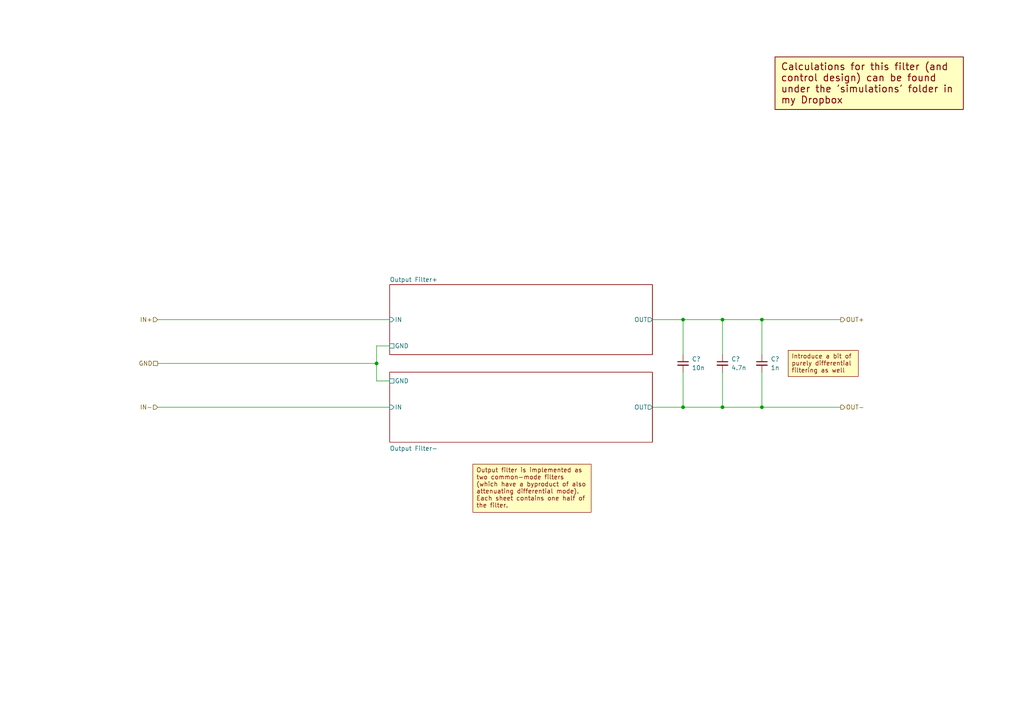
<source format=kicad_sch>
(kicad_sch (version 20230121) (generator eeschema)
  (paper "A4")
  (title_block (title "Shim Amplifier Prototype") (date "2023-08-01") (rev "A.1") (company "Ishaan Govindarajan"))
  (lib_symbols
    (symbol "Custom-Capacitor:CL10B102KB8NNNC" (pin_numbers hide) (pin_names (offset 0.254) hide)
      (property "Reference" "C" (at 0.254 1.778 0))
      (property "Value" "1n" (at 0.254 -2.032 0))
      (symbol "CL10B102KB8NNNC_0_1"
        (polyline (pts (xy -1.524 -0.508) (xy 1.524 -0.508)) (stroke (width 0.3302)))
        (polyline (pts (xy -1.524 0.508) (xy 1.524 0.508)) (stroke (width 0.3048)))
      )
      (symbol "CL10B102KB8NNNC_1_1"
        (pin passive line (at 0 2.54 270) (length 2.032) (name "~") (number "1"))
        (pin passive line (at 0 -2.54 90) (length 2.032) (name "~") (number "2"))
      )
    )
    (symbol "Custom-Capacitor:CL10B103KB8NNNC" (pin_numbers hide) (pin_names (offset 0.254) hide)
      (property "Reference" "C" (at 0.254 1.778 0))
      (property "Value" "10n" (at 0.254 -2.032 0))
      (symbol "CL10B103KB8NNNC_0_1"
        (polyline (pts (xy -1.524 -0.508) (xy 1.524 -0.508)) (stroke (width 0.3302)))
        (polyline (pts (xy -1.524 0.508) (xy 1.524 0.508)) (stroke (width 0.3048)))
      )
      (symbol "CL10B103KB8NNNC_1_1"
        (pin passive line (at 0 2.54 270) (length 2.032) (name "~") (number "1"))
        (pin passive line (at 0 -2.54 90) (length 2.032) (name "~") (number "2"))
      )
    )
    (symbol "Custom-Capacitor:CL10B472KB8NFNC" (pin_numbers hide) (pin_names (offset 0.254) hide)
      (property "Reference" "C" (at 0.254 1.778 0))
      (property "Value" "4.7n" (at 0.254 -2.032 0))
      (symbol "CL10B472KB8NFNC_0_1"
        (polyline (pts (xy -1.524 -0.508) (xy 1.524 -0.508)) (stroke (width 0.3302)))
        (polyline (pts (xy -1.524 0.508) (xy 1.524 0.508)) (stroke (width 0.3048)))
      )
      (symbol "CL10B472KB8NFNC_1_1"
        (pin passive line (at 0 2.54 270) (length 2.032) (name "~") (number "1"))
        (pin passive line (at 0 -2.54 90) (length 2.032) (name "~") (number "2"))
      )
    )
  )
  (junction (at 109.22 105.41))
  (junction (at 220.98 118.11))
  (junction (at 220.98 92.71))
  (junction (at 209.55 118.11))
  (junction (at 198.12 118.11))
  (junction (at 198.12 92.71))
  (junction (at 209.55 92.71))
  (wire (pts (xy 209.55 92.71) (xy 220.98 92.71)))
  (wire (pts (xy 198.12 92.71) (xy 209.55 92.71)))
  (wire (pts (xy 45.72 118.11) (xy 113.03 118.11)))
  (wire (pts (xy 45.72 92.71) (xy 113.03 92.71)))
  (wire (pts (xy 189.23 118.11) (xy 198.12 118.11)))
  (wire (pts (xy 198.12 92.71) (xy 198.12 102.87)))
  (wire (pts (xy 109.22 105.41) (xy 109.22 100.33)))
  (wire (pts (xy 209.55 107.95) (xy 209.55 118.11)))
  (wire (pts (xy 109.22 105.41) (xy 109.22 110.49)))
  (wire (pts (xy 220.98 118.11) (xy 243.84 118.11)))
  (wire (pts (xy 220.98 92.71) (xy 220.98 102.87)))
  (wire (pts (xy 209.55 118.11) (xy 220.98 118.11)))
  (wire (pts (xy 220.98 92.71) (xy 243.84 92.71)))
  (wire (pts (xy 45.72 105.41) (xy 109.22 105.41)))
  (wire (pts (xy 109.22 100.33) (xy 113.03 100.33)))
  (wire (pts (xy 198.12 107.95) (xy 198.12 118.11)))
  (wire (pts (xy 198.12 118.11) (xy 209.55 118.11)))
  (wire (pts (xy 209.55 92.71) (xy 209.55 102.87)))
  (wire (pts (xy 189.23 92.71) (xy 198.12 92.71)))
  (wire (pts (xy 220.98 107.95) (xy 220.98 118.11)))
  (wire (pts (xy 109.22 110.49) (xy 113.03 110.49)))
  (text_box "Output filter is implemented as two common-mode filters (which have a byproduct of also attenuating differential mode). Each sheet contains one half of the filter.\n" (at 137.16 134.62 0) (size 34.29 13.97) (stroke (width 0) (color 132 0 0 1)) (fill (type color) (color 255 255 194 1)) (effects (font (size 1.27 1.27)) (justify left top)))
  (text_box "Calculations for this filter (and control design) can be found under the 'simulations' folder in my Dropbox" (at 224.79 16.51 0) (size 54.61 15.24) (stroke (width 0.25) (color 132 0 0 1)) (fill (type color) (color 255 255 194 1)) (effects (font (size 2 2) (thickness 0.254) bold) (justify left top)))
  (text_box "Introduce a bit of purely differential filtering as well\n" (at 228.6 101.6 0) (size 20.32 7.62) (stroke (width 0) (color 132 0 0 1)) (fill (type color) (color 255 255 194 1)) (effects (font (size 1.27 1.27)) (justify left top)))
  (hierarchical_label "GND" (shape passive) (at 45.72 105.41 180))
  (hierarchical_label "IN-" (shape input) (at 45.72 118.11 180))
  (hierarchical_label "IN+" (shape input) (at 45.72 92.71 180))
  (hierarchical_label "OUT-" (shape output) (at 243.84 118.11 0))
  (hierarchical_label "OUT+" (shape output) (at 243.84 92.71 0))
  (symbol (lib_id "Custom-Capacitor:CL10B472KB8NFNC") (at 209.55 105.41 0) (unit 1)
    (property "Reference" "C?" (at 212.09 104.1463 0) (effects (justify left)))
    (property "Value" "4.7n" (at 212.09 106.6863 0) (effects (justify left)))
    (property "Footprint" "Capacitor_SMD:C_0603_1608Metric_Pad1.08x0.95mm_HandSolder" (effects hide))
    (property "Datasheet" "https://product.samsungsem.com/mlcc/CL10B472KB8NFN.do" (effects hide))
    (property "Manufacturer" "Samsung Electro-Mechanics" (effects hide))
    (property "Part Number" "CL10B472KB8NFNC" (effects hide))
    (instances (project "Class-D Prorotype RevB2" (path "" (reference "C?") (unit 1)) (path "" (reference "C?") (unit 1)) (path "" (reference "C71") (unit 1))))
  )
  (symbol (lib_id "Custom-Capacitor:CL10B103KB8NNNC") (at 198.12 105.41 0) (unit 1)
    (property "Reference" "C?" (at 200.66 104.1463 0) (effects (justify left)))
    (property "Value" "10n" (at 200.66 106.6863 0) (effects (justify left)))
    (property "Footprint" "Capacitor_SMD:C_0603_1608Metric_Pad1.08x0.95mm_HandSolder" (effects hide))
    (property "Datasheet" "https://product.samsungsem.com/mlcc/CL10B103KB8NNN.do" (effects hide))
    (property "Manufacturer" "Samsung Electro-Mechanics" (effects hide))
    (property "Part Number" "CL10B103KB8NNNC" (effects hide))
    (instances (project "Class-D Prorotype RevB2" (path "" (reference "C?") (unit 1)) (path "" (reference "C?") (unit 1)) (path "" (reference "C70") (unit 1))))
  )
  (symbol (lib_id "Custom-Capacitor:CL10B102KB8NNNC") (at 220.98 105.41 0) (unit 1)
    (property "Reference" "C?" (at 223.52 104.1463 0) (effects (justify left)))
    (property "Value" "1n" (at 223.52 106.6863 0) (effects (justify left)))
    (property "Footprint" "Capacitor_SMD:C_0603_1608Metric_Pad1.08x0.95mm_HandSolder" (effects hide))
    (property "Datasheet" "https://product.samsungsem.com/mlcc/CL10B102KB8NNN.do" (effects hide))
    (property "Manufacturer" "Samsung Electro-Mechanics" (effects hide))
    (property "Part Number" "CL10B102KB8NNNC" (effects hide))
    (instances (project "Class-D Prorotype RevB2" (path "" (reference "C?") (unit 1)) (path "" (reference "C?") (unit 1)) (path "" (reference "C72") (unit 1))))
  )
  (sheet (at 113.03 82.55) (size 76.2 20.32) (stroke (width 0.1524))
    (property "Sheetname" "Output Filter+" (at 113.03 81.8384 0) (effects (justify left bottom)))
    (property "Sheetfile" "shimamp_OutputFilterHalf.kicad_sch" (effects hide))
    (pin "OUT" output (at 189.23 92.71 0))
    (pin "IN" input (at 113.03 92.71 180))
    (pin "GND" passive (at 113.03 100.33 180))
  )
  (sheet (at 113.03 107.95) (size 76.2 20.32) (stroke (width 0.1524))
    (property "Sheetname" "Output Filter-" (at 113.03 130.81 0) (effects (justify left bottom)))
    (property "Sheetfile" "shimamp_OutputFilterHalf.kicad_sch" (effects hide))
    (pin "OUT" output (at 189.23 118.11 0))
    (pin "IN" input (at 113.03 118.11 180))
    (pin "GND" passive (at 113.03 110.49 180))
  )
)
</source>
